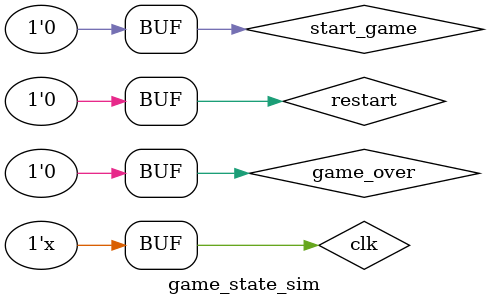
<source format=v>
`timescale 1ns / 1ps

module game_state_sim;

    // Inputs
    reg clk;
    reg start_game;
    reg game_over;
    reg restart;

    // Outputs
    wire [1:0] state;

    // Instantiate the Unit Under Test (UUT)
    game_state uut (
        .clk(clk), 
        .start_game(start_game), 
        .game_over(game_over), 
        .restart(restart), 
        .state(state)
    );

    initial begin
        // Initialize Inputs
        clk = 1;
        start_game = 0;
        game_over = 0;
        restart = 0;

        // Wait 100 ns for global reset to finish
        #100;
        
        // Add stimulus here
        start_game = 1;
        #10;
        start_game = 0;
        #90;
        
        game_over = 1;
        #10;
        game_over = 0;
        #90;
        
        restart = 1;
        #10;
        restart = 0;
        start_game = 1;
        #10;
        start_game = 0;
        #80;
        
        restart = 1;
        #10;
        restart = 0;
        #90;
    end
    
    always begin
        #5;
        clk = ~clk;
    end
      
endmodule


</source>
